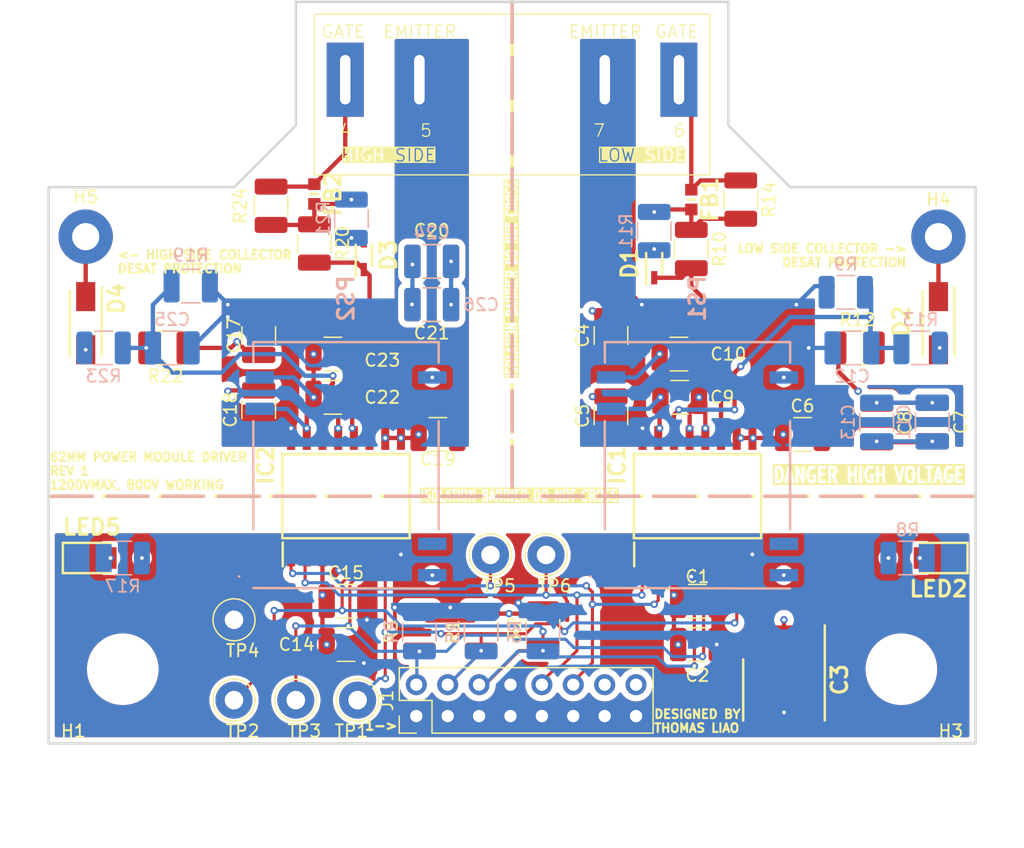
<source format=kicad_pcb>
(kicad_pcb (version 20241229) (generator "pcbnew") (generator_version "9.0")
  (layers (0 "F.Cu" signal) (4 "In1.Cu" signal) (6 "In2.Cu" signal) (8 "In3.Cu" signal) (10 "In4.Cu" signal) (2 "B.Cu" signal) (13 "F.Paste" user) (15 "B.Paste" user) (5 "F.SilkS" user "F.Silkscreen") (7 "B.SilkS" user "B.Silkscreen") (1 "F.Mask" user) (3 "B.Mask" user) (25 "Edge.Cuts" user))
  (net 0 "")
  (net 1 "/GND_A")
  (net 2 "/+3.3V_A")
  (net 3 "/+12V_A")
  (net 4 "/SingleChannelDriver1/GND_B")
  (net 5 "/SingleChannelDriver1/+15V_B")
  (net 6 "/SingleChannelDriver1/-9V_B")
  (net 7 "Net-(IC1-DESAT)")
  (net 8 "/SingleChannelDriver/GND_B")
  (net 9 "/SingleChannelDriver/+15V_B")
  (net 10 "/SingleChannelDriver/-9V_B")
  (net 11 "Net-(IC2-DESAT)")
  (net 12 "Net-(D1-A)")
  (net 13 "Net-(D1-K)")
  (net 14 "/PH_L_C")
  (net 15 "Net-(D2-A)")
  (net 16 "Net-(D3-K)")
  (net 17 "Net-(D3-A)")
  (net 18 "/PH_H_C")
  (net 19 "Net-(D4-A)")
  (net 20 "/PH_L_G")
  (net 21 "Net-(FB1-Pad2)")
  (net 22 "Net-(FB2-Pad2)")
  (net 23 "/PH_H_G")
  (net 24 "/FAULT")
  (net 25 "/READY")
  (net 26 "/PH_H")
  (net 27 "/RESET")
  (net 28 "/PH_L")
  (net 29 "Net-(LED2-A)")
  (net 30 "Net-(LED5-A)")
  (footprint "InverterCom:DIOM5226X244N" (layer "F.Cu") (at 72 26 -90)
    (property "Reference" "D2")
    (property "Value" "FM2000GP-TP" (hide yes))
  )
  (footprint "Capacitor_SMD:C_1210_3225Metric_Pad1.33x2.70mm_HandSolder" (layer "F.Cu") (at 52.5 52)
    (property "Reference" "C2")
    (property "Value" "10uF")
  )
  (footprint "Resistor_SMD:R_1210_3225Metric_Pad1.30x2.65mm_HandSolder" (layer "F.Cu") (at 9.45 28 180)
    (property "Reference" "R22")
    (property "Value" "1k")
  )
  (footprint "Capacitor_SMD:C_1210_3225Metric_Pad1.33x2.70mm_HandSolder" (layer "F.Cu") (at 52.5 48.5 180)
    (property "Reference" "C1")
    (property "Value" "100nF")
  )
  (footprint "Resistor_SMD:R_1210_3225Metric_Pad1.30x2.65mm_HandSolder" (layer "F.Cu") (at 52 20 -90)
    (property "Reference" "R10")
    (property "Value" "9.1")
  )
  (footprint "Resistor_SMD:R_1210_3225Metric_Pad1.30x2.65mm_HandSolder" (layer "F.Cu") (at 40 50.7 90)
    (property "Reference" "R2")
    (property "Value" "4.7k")
  )
  (footprint "MountingHole:MountingHole_5.3mm_M5" (layer "F.Cu") (at 6 54)
    (property "Reference" "H1")
    (property "Value" "MountingHole")
  )
  (footprint "Capacitor_SMD:C_1210_3225Metric_Pad1.33x2.70mm_HandSolder" (layer "F.Cu") (at 61 35)
    (property "Reference" "C6")
    (property "Value" "100nF")
  )
  (footprint "InverterCom:SOIC127P1032X265-16N" (layer "F.Cu") (at 52.5 40 90)
    (property "Reference" "IC1")
    (property "Value" "ADUM4136BRWZ" (hide yes))
  )
  (footprint "InverterCom:LEDC3216X120N" (layer "F.Cu") (at 3.5 45)
    (property "Reference" "LED5")
    (property "Value" "LTST-C230GKT" (hide yes))
  )
  (footprint "TestPoint:TestPoint_Loop_D2.54mm_Drill1.5mm_Beaded" (layer "F.Cu") (at 15 56.5)
    (property "Reference" "TP2")
    (property "Value" "TestPoint")
  )
  (footprint "InverterCom:CAPAE660X800N" (layer "F.Cu") (at 59.5 54.85 -90)
    (property "Reference" "C3")
    (property "Value" "UCM1H101MCL1GS" (hide yes))
  )
  (footprint "Capacitor_SMD:C_1210_3225Metric_Pad1.33x2.70mm_HandSolder" (layer "F.Cu") (at 67 34.0625 -90)
    (property "Reference" "C8")
    (property "Value" "10uF")
  )
  (footprint "Capacitor_SMD:C_1210_3225Metric_Pad1.33x2.70mm_HandSolder" (layer "F.Cu") (at 24.0625 48.5)
    (property "Reference" "C15")
    (property "Value" "10uF")
  )
  (footprint "Resistor_SMD:R_1210_3225Metric_Pad1.30x2.65mm_HandSolder" (layer "F.Cu") (at 35 50.95 90)
    (property "Reference" "R1")
    (property "Value" "4.7k")
  )
  (footprint "InverterCom:BEADC1608X100N" (layer "F.Cu") (at 52 16 -90)
    (property "Reference" "FB1")
    (property "Value" "FBMJ1608HS220NTR" (hide yes))
  )
  (footprint "Capacitor_SMD:C_1210_3225Metric_Pad1.33x2.70mm_HandSolder" (layer "F.Cu") (at 31 24.5 180)
    (property "Reference" "C21")
    (property "Value" "10uF")
  )
  (footprint "TestPoint:TestPoint_Loop_D2.54mm_Drill1.5mm_Beaded" (layer "F.Cu") (at 25 56.5)
    (property "Reference" "TP1")
    (property "Value" "TestPoint")
  )
  (footprint "InverterCom:SOIC127P1032X265-16N" (layer "F.Cu") (at 24.0625 40 90)
    (property "Reference" "IC2")
    (property "Value" "ADUM4136BRWZ" (hide yes))
  )
  (footprint "Capacitor_SMD:C_1210_3225Metric_Pad1.33x2.70mm_HandSolder" (layer "F.Cu") (at 24.0625 52 180)
    (property "Reference" "C14")
    (property "Value" "100nF")
  )
  (footprint "Capacitor_SMD:C_1210_3225Metric_Pad1.33x2.70mm_HandSolder" (layer "F.Cu") (at 23 28.5 180)
    (property "Reference" "C23")
    (property "Value" "10uF")
  )
  (footprint "TestPoint:TestPoint_Loop_D2.54mm_Drill1.5mm_Beaded" (layer "F.Cu") (at 35.75 44.75)
    (property "Reference" "TP5")
    (property "Value" "TestPoint")
  )
  (footprint "TestPoint:TestPoint_Loop_D2.54mm_Drill1.5mm_Beaded" (layer "F.Cu") (at 40.25 44.75)
    (property "Reference" "TP6")
    (property "Value" "TestPoint")
  )
  (footprint "InverterCom:62mm_power_module" (layer "F.Cu") (at 37.5 13)
    (property "Reference" "Q1" (hide yes))
    (property "Value" "~")
  )
  (footprint "Capacitor_SMD:C_1210_3225Metric_Pad1.33x2.70mm_HandSolder" (layer "F.Cu") (at 31 21 180)
    (property "Reference" "C20")
    (property "Value" "10uF")
  )
  (footprint "Capacitor_SMD:C_1210_3225Metric_Pad1.33x2.70mm_HandSolder" (layer "F.Cu") (at 71.5 34 -90)
    (property "Reference" "C7")
    (property "Value" "10uF")
  )
  (footprint "InverterCom:BEADC1608X100N" (layer "F.Cu") (at 21.5 15.55 -90)
    (property "Reference" "FB2")
    (property "Value" "FBMJ1608HS220NTR" (hide yes))
  )
  (footprint "Capacitor_SMD:C_1210_3225Metric_Pad1.33x2.70mm_HandSolder" (layer "F.Cu") (at 45.5 33.5 90)
    (property "Reference" "C5")
    (property "Value" "100nF")
  )
  (footprint "MountingHole:MountingHole_2.2mm_M2_Pad" (layer "F.Cu") (at 3 19)
    (property "Reference" "H5")
    (property "Value" "MountingHole_Pad")
  )
  (footprint "Connector_PinHeader_2.54mm:PinHeader_2x08_P2.54mm_Vertical" (layer "F.Cu") (at 29.75 57.79 90)
    (property "Reference" "J1")
    (property "Value" "Conn_02x08_Counter_Clockwise")
  )
  (footprint "Resistor_SMD:R_1210_3225Metric_Pad1.30x2.65mm_HandSolder" (layer "F.Cu") (at 30 50.95 90)
    (property "Reference" "R3")
    (property "Value" "4.7k")
  )
  (footprint "Capacitor_SMD:C_1210_3225Metric_Pad1.33x2.70mm_HandSolder" (layer "F.Cu") (at 17 27 -90)
    (property "Reference" "C17")
    (property "Value" "10uF")
  )
  (footprint "InverterCom:SOD2513X120N" (layer "F.Cu") (at 49 21.162 90)
    (property "Reference" "D1")
    (property "Value" "BAT54WS-7-F" (hide yes))
  )
  (footprint "Capacitor_SMD:C_1210_3225Metric_Pad1.33x2.70mm_HandSolder" (layer "F.Cu") (at 45.5 27 90)
    (property "Reference" "C4")
    (property "Value" "10uF")
  )
  (footprint "Resistor_SMD:R_1210_3225Metric_Pad1.30x2.65mm_HandSolder" (layer "F.Cu") (at 56 16 -90)
    (property "Reference" "R14")
    (property "Value" "0")
  )
  (footprint "Resistor_SMD:R_1210_3225Metric_Pad1.30x2.65mm_HandSolder" (layer "F.Cu") (at 65.45 28)
    (property "Reference" "R12")
    (property "Value" "1k")
  )
  (footprint "Resistor_SMD:R_1210_3225Metric_Pad1.30x2.65mm_HandSolder" (layer "F.Cu") (at 21.5 19.55 -90)
    (property "Reference" "R20")
    (property "Value" "9.1")
  )
  (footprint "Capacitor_SMD:C_1210_3225Metric_Pad1.33x2.70mm_HandSolder" (layer "F.Cu") (at 31.5 35)
    (property "Reference" "C19")
    (property "Value" "100nF")
  )
  (footprint "Capacitor_SMD:C_1210_3225Metric_Pad1.33x2.70mm_HandSolder" (layer "F.Cu") (at 51.0625 32)
    (property "Reference" "C9")
    (property "Value" "100nF")
  )
  (footprint "Resistor_SMD:R_1210_3225Metric_Pad1.30x2.65mm_HandSolder" (layer "F.Cu") (at 18 16.5 -90)
    (property "Reference" "R24")
    (property "Value" "0")
  )
  (footprint "InverterCom:DIOM5226X244N" (layer "F.Cu") (at 3 26 -90)
    (property "Reference" "D4")
    (property "Value" "FM2000GP-TP" (hide yes))
  )
  (footprint "InverterCom:SOD2513X120N" (layer "F.Cu") (at 25.5 20.5 90)
    (property "Reference" "D3")
    (property "Value" "BAT54WS-7-F" (hide yes))
  )
  (footprint "TestPoint:TestPoint_Loop_D2.54mm_Drill1.5mm_Beaded" (layer "F.Cu") (at 15 50)
    (property "Reference" "TP4")
    (property "Value" "TestPoint")
  )
  (footprint "Capacitor_SMD:C_1210_3225Metric_Pad1.33x2.70mm_HandSolder" (layer "F.Cu") (at 17 33 90)
    (property "Reference" "C18")
    (property "Value" "100nF")
  )
  (footprint "MountingHole:MountingHole_5.3mm_M5" (layer "F.Cu") (at 69 54)
    (property "Reference" "H3")
    (property "Value" "MountingHole")
  )
  (footprint "TestPoint:TestPoint_Loop_D2.54mm_Drill1.5mm_Beaded" (layer "F.Cu") (at 20 56.5)
    (property "Reference" "TP3")
    (property "Value" "TestPoint")
  )
  (footprint "Capacitor_SMD:C_1210_3225Metric_Pad1.33x2.70mm_HandSolder" (layer "F.Cu") (at 51 28.5 180)
    (property "Reference" "C10")
    (property "Value" "10uF")
  )
  (footprint "InverterCom:LEDC3216X120N" (layer "F.Cu") (at 72 45 180)
    (property "Reference" "LED2")
    (property "Value" "LTST-C230CKT" (hide yes))
  )
  (footprint "MountingHole:MountingHole_2.2mm_M2_Pad" (layer "F.Cu") (at 72 19)
    (property "Reference" "H4")
    (property "Value" "MountingHole_Pad")
  )
  (footprint "Capacitor_SMD:C_1210_3225Metric_Pad1.33x2.70mm_HandSolder" (layer "F.Cu") (at 23 32)
    (property "Reference" "C22")
    (property "Value" "100nF")
  )
  (footprint "Capacitor_SMD:C_1210_3225Metric_Pad1.33x2.70mm_HandSolder" (layer "B.Cu") (at 67 34 -90)
    (property "Reference" "C13")
    (property "Value" "10uF")
  )
  (footprint "Capacitor_SMD:C_1210_3225Metric_Pad1.33x2.70mm_HandSolder" (layer "B.Cu") (at 31 24.5 180)
    (property "Reference" "C26")
    (property "Value" "10uF")
  )
  (footprint "InverterCom:MGJ2D121509MPCR7" (layer "B.Cu") (at 52.5 37.5 90)
    (property "Reference" "PS1")
    (property "Value" "MGJ2D121509MPC-R7" (hide yes))
  )
  (footprint "Resistor_SMD:R_1210_3225Metric_Pad1.30x2.65mm_HandSolder" (layer "B.Cu") (at 24.5 17.55 -90)
    (property "Reference" "R21")
    (property "Value" "6.8")
  )
  (footprint "Resistor_SMD:R_1210_3225Metric_Pad1.30x2.65mm_HandSolder" (layer "B.Cu") (at 11.5 23)
    (property "Reference" "R19")
    (property "Value" "0")
  )
  (footprint "Capacitor_SMD:C_1210_3225Metric_Pad1.33x2.70mm_HandSolder" (layer "B.Cu") (at 65 28)
    (property "Reference" "C12")
    (property "Value" "100nF")
  )
  (footprint "Resistor_SMD:R_1210_3225Metric_Pad1.30x2.65mm_HandSolder" (layer "B.Cu") (at 4.45 28)
    (property "Reference" "R23")
    (property "Value" "1k")
  )
  (footprint "Capacitor_SMD:C_1210_3225Metric_Pad1.33x2.70mm_HandSolder" (layer "B.Cu") (at 71.5 34 -90)
    (property "Reference" "C11")
    (property "Value" "10uF")
  )
  (footprint "InverterCom:MGJ2D121509MPCR7" (layer "B.Cu") (at 24.0625 37.5 90)
    (property "Reference" "PS2")
    (property "Value" "MGJ2D121509MPC-R7" (hide yes))
  )
  (footprint "Resistor_SMD:R_1210_3225Metric_Pad1.30x2.65mm_HandSolder" (layer "B.Cu") (at 6 45)
    (property "Reference" "R17")
    (property "Value" "4.7k")
  )
  (footprint "Resistor_SMD:R_1210_3225Metric_Pad1.30x2.65mm_HandSolder" (layer "B.Cu") (at 40 51 -90)
    (property "Reference" "R6")
    (property "Value" "4.7k")
  )
  (footprint "Resistor_SMD:R_1210_3225Metric_Pad1.30x2.65mm_HandSolder" (layer "B.Cu") (at 70.55 28 180)
    (property "Reference" "R13")
    (property "Value" "1k")
  )
  (footprint "Capacitor_SMD:C_1210_3225Metric_Pad1.33x2.70mm_HandSolder" (layer "B.Cu") (at 31 21 180)
    (property "Reference" "C24")
    (property "Value" "10uF")
  )
  (footprint "Resistor_SMD:R_1210_3225Metric_Pad1.30x2.65mm_HandSolder" (layer "B.Cu") (at 69.5 45 180)
    (property "Reference" "R8")
    (property "Value" "220")
  )
  (footprint "Resistor_SMD:R_1210_3225Metric_Pad1.30x2.65mm_HandSolder" (layer "B.Cu") (at 35 51 -90)
    (property "Reference" "R5")
    (property "Value" "4.7k")
  )
  (footprint "Resistor_SMD:R_1210_3225Metric_Pad1.30x2.65mm_HandSolder" (layer "B.Cu") (at 64.5 23.5 180)
    (property "Reference" "R9")
    (property "Value" "0")
  )
  (footprint "Resistor_SMD:R_1210_3225Metric_Pad1.30x2.65mm_HandSolder" (layer "B.Cu") (at 30 51 -90)
    (property "Reference" "R4")
    (property "Value" "4.7k")
  )
  (footprint "Capacitor_SMD:C_1210_3225Metric_Pad1.33x2.70mm_HandSolder" (layer "B.Cu") (at 10 28 180)
    (property "Reference" "C25")
    (property "Value" "100nF")
  )
  (footprint "Resistor_SMD:R_1210_3225Metric_Pad1.30x2.65mm_HandSolder" (layer "B.Cu") (at 49 18.55 -90)
    (property "Reference" "R11")
    (property "Value" "6.8")
  )
  (gr_line (start 75 40) (end 46.5 40) (stroke (width 0.3) (type dash)) (layer "F.SilkS"))
  (gr_line (start 37.5 31) (end 37.5 39) (stroke (width 0.3) (type dash)) (layer "F.SilkS"))
  (gr_line (start 0 40) (end 29.5 40) (stroke (width 0.3) (type dash)) (layer "F.SilkS"))
  (gr_line (start 0.25 40) (end 37.5 40) (stroke (width 0.3) (type dash)) (layer "B.SilkS"))
  (gr_line (start 74.75 40) (end 37.5 40) (stroke (width 0.3) (type dash)) (layer "B.SilkS"))
  (gr_line (start 37.5 0) (end 37.5 40) (stroke (width 0.3) (type dash)) (layer "B.SilkS"))
  (gr_poly (pts (xy 20 0) (xy 55 0) (xy 55 10) (xy 60 15) (xy 75 15) (xy 75 60) (xy 0 60) (xy 0 15) (xy 15 15) (xy 20 10)) (stroke (width 0.2)) (fill no) (layer "Edge.Cuts"))
  (gr_text "<- HIGH SIDE COLLECTOR\nDESAT PROTECTION" (at 5.5 22 0) (layer "F.SilkS") (effects (font (size 0.7 0.7) (thickness 0.175) (bold yes)) (justify left bottom)))
  (gr_text "1->" (at 25.5 59 0) (layer "F.SilkS") (effects (font (size 0.75 0.75) (thickness 0.1875) (bold yes)) (justify left bottom)))
  (gr_text "DANGER HIGH VOLTAGE" (at 58.5 39 0) (layer "F.SilkS" knockout) (effects (font (size 1.2 0.9) (thickness 0.225) (bold yes)) (justify left bottom)))
  (gr_text "DESIGNED BY\nTHOMAS LIAO" (at 48.91 59.17 0) (layer "F.SilkS") (effects (font (size 0.7 0.7) (thickness 0.175) (bold yes)) (justify left bottom)))
  (gr_text "62MM POWER MODULE DRIVER\nREV 1\n1200VMAX, 800V WORKING" (at 0 39.5 0) (layer "F.SilkS") (effects (font (size 0.7 0.7) (thickness 0.175) (bold yes)) (justify left bottom)))
  (gr_text "ISOLATION BARRIER DO NOT CROSS" (at 38 30.5 90) (layer "F.SilkS" knockout) (effects (font (size 0.9 0.6) (thickness 0.15) (bold yes)) (justify left bottom)))
  (gr_text "LOW SIDE COLLECTOR ->\nDESAT PROTECTION" (at 69.5 21.5 0) (layer "F.SilkS") (effects (font (size 0.7 0.7) (thickness 0.175) (bold yes)) (justify right bottom)))
  (gr_text "ISOLATION BARRIER DO NOT CROSS" (at 30 40.5 0) (layer "F.SilkS" knockout) (effects (font (size 0.9 0.6) (thickness 0.15) (bold yes)) (justify left bottom)))
  (segment (start 51.865 44.712) (end 51.865 46.365) (width 0.25) (layer "F.Cu") (net 1))
  (segment (start 23.4275 44.712) (end 23.4275 45.9275) (width 0.25) (layer "F.Cu") (net 1))
  (segment (start 23.4275 45.9275) (end 23.5 46) (width 0.25) (layer "F.Cu") (net 1))
  (segment (start 51.865 46.365) (end 52 46.5) (width 0.25) (layer "F.Cu") (net 1))
  (via (at 28.5075 44.712) (size 0.6) (drill 0.3) (layers "F.Cu" "B.Cu") (net 1))
  (via (at 54.0625 52) (size 0.6) (drill 0.3) (layers "F.Cu" "B.Cu") (net 1))
  (via (at 52 46.5) (size 0.6) (drill 0.3) (layers "F.Cu" "B.Cu") (net 1))
  (via (at 28 49) (size 0.6) (drill 0.3) (layers "F.Cu" "B.Cu") (net 1))
  (via (at 32.5 49) (size 0.6) (drill 0.3) (layers "F.Cu" "B.Cu") (net 1))
  (via (at 25.5 53.5) (size 0.6) (drill 0.3) (layers "F.Cu" "B.Cu") (net 1))
  (via (at 59.5 57.5) (size 0.6) (drill 0.3) (layers "F.Cu" "B.Cu") (net 1))
  (via (at 25.75 50) (size 0.6) (drill 0.3) (layers "F.Cu" "B.Cu") (net 1))
  (via (at 38 48.625) (size 0.6) (drill 0.3) (layers "F.Cu" "B.Cu") (net 1))
  (via (at 23.5 46) (size 0.6) (drill 0.3) (layers "F.Cu" "B.Cu") (net 1))
  (via (at 56.945 44.712) (size 0.6) (drill 0.3) (layers "F.Cu" "B.Cu") (net 1))
  (segment (start 28.45 49.45) (end 28 49) (width 0.35) (layer "B.Cu") (net 1))
  (segment (start 32.95 49.45) (end 32.5 49) (width 0.35) (layer "B.Cu") (net 1))
  (segment (start 38.825 49.45) (end 40 49.45) (width 0.35) (layer "B.Cu") (net 1))
  (segment (start 35 49.45) (end 32.95 49.45) (width 0.35) (layer "B.Cu") (net 1))
  (segment (start 30 49.45) (end 28.45 49.45) (width 0.35) (layer "B.Cu") (net 1))
  (segment (start 38 48.625) (end 38.825 49.45) (width 0.35) (layer "B.Cu") (net 1))
  (segment (start 50.595 51.6575) (end 50.9375 52) (width 0.35) (layer "F.Cu") (net 2))
  (segment (start 37.25 49.5) (end 36.5 49.5) (width 0.35) (layer "F.Cu") (net 2))
  (segment (start 30.65 50.05) (end 30 49.4) (width 0.35) (layer "F.Cu") (net 2))
  (segment (start 50.595 44.712) (end 50.595 48) (width 0.35) (layer "F.Cu") (net 2))
  (segment (start 37.25 49.5) (end 39.65 49.5) (width 0.35) (layer "F.Cu") (net 2))
  (segment (start 36.5 49.5) (end 36.4 49.4) (width 0.35) (layer "F.Cu") (net 2))
  (segment (start 22.1575 48) (end 22.1575 51.6575) (width 0.35) (layer "F.Cu") (net 2))
  (segment (start 22.1575 51.6575) (end 22.5 52) (width 0.35) (layer "F.Cu") (net 2))
  (segment (start 34.35 50.05) (end 30.65 50.05) (width 0.35) (layer "F.Cu") (net 2))
  (segment (start 22.1575 44.712) (end 22.1575 48) (width 0.35) (layer "F.Cu") (net 2))
  (segment (start 35 49.4) (end 34.35 50.05) (width 0.35) (layer "F.Cu") (net 2))
  (segment (start 50.595 48) (end 50.595 51.6575) (width 0.35) (layer "F.Cu") (net 2))
  (segment (start 36.4 49.4) (end 35 49.4) (width 0.35) (layer "F.Cu") (net 2))
  (segment (start 39.65 49.5) (end 40 49.15) (width 0.35) (layer "F.Cu") (net 2))
  (via (at 50.595 48) (size 0.6) (drill 0.3) (layers "F.Cu" "B.Cu") (net 2))
  (via (at 67.95 45) (size 0.6) (drill 0.3) (layers "F.Cu" "B.Cu") (net 2))
  (via (at 22.1575 48) (size 0.6) (drill 0.3) (layers "F.Cu" "B.Cu") (net 2))
  (via (at 50.9375 52) (size 0.6) (drill 0.3) (layers "F.Cu" "B.Cu") (net 2))
  (via (at 37.25 49.5) (size 0.6) (drill 0.3) (layers "F.Cu" "B.Cu") (net 2))
  (via (at 22.5 52) (size 0.6) (drill 0.3) (layers "F.Cu" "B.Cu") (net 2))
  (segment (start 59.5 52.2) (end 59.5 50) (width 0.35) (layer "F.Cu") (net 3))
  (via (at 59.485 46.39) (size 0.6) (drill 0.3) (layers "F.Cu" "B.Cu") (net 3))
  (via (at 59.5 50) (size 0.6) (drill 0.3) (layers "F.Cu" "B.Cu") (net 3))
  (via (at 7.55 45) (size 0.6) (drill 0.3) (layers "F.Cu" "B.Cu") (net 3))
  (via (at 31.0475 46.39) (size 0.6) (drill 0.3) (layers "F.Cu" "B.Cu") (net 3))
  (segment (start 48.055 34.5) (end 48.055 33.055) (width 0.35) (layer "F.Cu") (net 4))
  (segment (start 45 6.3) (end 45 21.5) (width 0.35) (layer "F.Cu") (net 4))
  (segment (start 45 21.5) (end 48 24.5) (width 0.35) (layer "F.Cu") (net 4))
  (segment (start 48.055 33.055) (end 48 33) (width 0.35) (layer "F.Cu") (net 4))
  (segment (start 48.055 35.288) (end 48.055 34.5) (width 0.35) (layer "F.Cu") (net 4))
  (via (at 61.5 28) (size 0.6) (drill 0.3) (layers "F.Cu" "B.Cu") (net 4))
  (via (at 48.055 34.5) (size 0.6) (drill 0.3) (layers "F.Cu" "B.Cu") (net 4))
  (via (at 60.5 24.5) (size 0.6) (drill 0.3) (layers "F.Cu" "B.Cu") (net 4))
  (via (at 48 24.5) (size 0.6) (drill 0.3) (layers "F.Cu" "B.Cu") (net 4))
  (segment (start 60.5 24.5) (end 62 23) (width 0.35) (layer "B.Cu") (net 4))
  (segment (start 63.4375 28) (end 61.5 28) (width 0.35) (layer "B.Cu") (net 4))
  (segment (start 62 23) (end 63.45 23) (width 0.35) (layer "B.Cu") (net 4))
  (segment (start 63.9 29.9) (end 65.5 31.5) (width 0.35) (layer "F.Cu") (net 5))
  (segment (start 52.625 32) (end 53.135 32.51) (width 0.35) (layer "F.Cu") (net 5))
  (segment (start 52.5625 31.9375) (end 52.625 32) (width 0.35) (layer "F.Cu") (net 5))
  (segment (start 45.5 25.4375) (end 44.4375 25.4375) (width 0.35) (layer "F.Cu") (net 5))
  (segment (start 53.135 32.51) (end 53.135 34.5) (width 0.35) (layer "F.Cu") (net 5))
  (segment (start 52.5625 28.5) (end 52.5625 31.9375) (width 0.35) (layer "F.Cu") (net 5))
  (segment (start 67.0625 32.4375) (end 67 32.5) (width 0.35) (layer "F.Cu") (net 5))
  (segment (start 51.865 35.288) (end 53.135 35.288) (width 0.35) (layer "F.Cu") (net 5))
  (segment (start 71.5 32.4375) (end 67.0625 32.4375) (width 0.35) (layer "F.Cu") (net 5))
  (segment (start 51.865 32.76) (end 52.625 32) (width 0.35) (layer "F.Cu") (net 5))
  (segment (start 51.865 34.5) (end 51.865 32.76) (width 0.35) (layer "F.Cu") (net 5))
  (segment (start 63.9 28) (end 63.9 29.9) (width 0.35) (layer "F.Cu") (net 5))
  (segment (start 44.4375 25.4375) (end 44 25) (width 0.35) (layer "F.Cu") (net 5))
  (segment (start 51.865 35.288) (end 51.865 34.5) (width 0.35) (layer "F.Cu") (net 5))
  (segment (start 44 31.9375) (end 45.5 31.9375) (width 0.35) (layer "F.Cu") (net 5))
  (segment (start 53.135 34.5) (end 53.135 35.288) (width 0.35) (layer "F.Cu") (net 5))
  (via (at 51.865 34.5) (size 0.6) (drill 0.3) (layers "F.Cu" "B.Cu") (net 5))
  (via (at 53.135 34.5) (size 0.6) (drill 0.3) (layers "F.Cu" "B.Cu") (net 5))
  (via (at 71.5 32.4375) (size 0.6) (drill 0.3) (layers "F.Cu" "B.Cu") (net 5))
  (via (at 67 32.4375) (size 0.6) (drill 0.3) (layers "F.Cu" "B.Cu") (net 5))
  (via (at 44 31.9375) (size 0.6) (drill 0.3) (layers "F.Cu" "B.Cu") (net 5))
  (via (at 65.5 31.5) (size 0.6) (drill 0.3) (layers "F.Cu" "B.Cu") (net 5))
  (via (at 52.625 32) (size 0.6) (drill 0.3) (layers "F.Cu" "B.Cu") (net 5))
  (via (at 59.485 30.39) (size 0.6) (drill 0.3) (layers "F.Cu" "B.Cu") (net 5))
  (via (at 44 25) (size 0.6) (drill 0.3) (layers "F.Cu" "B.Cu") (net 5))
  (segment (start 67 32.4375) (end 71.5 32.4375) (width 0.35) (layer "B.Cu") (net 5))
  (segment (start 49.4375 35.1755) (end 49.325 35.288) (width 0.35) (layer "F.Cu") (net 6))
  (segment (start 49.4375 28.5) (end 49.4375 34.5) (width 0.35) (layer "F.Cu") (net 6))
  (segment (start 55.675 35.288) (end 56 35.288) (width 0.35) (layer "F.Cu") (net 6))
  (segment (start 49.4375 34.5) (end 49.4375 35.1755) (width 0.35) (layer "F.Cu") (net 6))
  (segment (start 59.1495 35.288) (end 59.4375 35) (width 0.35) (layer "F.Cu") (net 6))
  (segment (start 56 35.288) (end 57 35.288) (width 0.35) (layer "F.Cu") (net 6))
  (segment (start 57 35.288) (end 59.1495 35.288) (width 0.35) (layer "F.Cu") (net 6))
  (segment (start 67 35.625) (end 71.4375 35.625) (width 0.35) (layer "F.Cu") (net 6))
  (segment (start 71.4375 35.625) (end 71.5 35.5625) (width 0.35) (layer "F.Cu") (net 6))
  (via (at 49.5 32) (size 0.6) (drill 0.3) (layers "F.Cu" "B.Cu") (net 6))
  (via (at 71.5 35.5625) (size 0.6) (drill 0.3) (layers "F.Cu" "B.Cu") (net 6))
  (via (at 49.4375 34.5) (size 0.6) (drill 0.3) (layers "F.Cu" "B.Cu") (net 6))
  (via (at 57 35.288) (size 0.6) (drill 0.3) (layers "F.Cu" "B.Cu") (net 6))
  (via (at 67 35.5625) (size 0.6) (drill 0.3) (layers "F.Cu" "B.Cu") (net 6))
  (via (at 49.4375 28.5) (size 0.6) (drill 0.3) (layers "F.Cu" "B.Cu") (net 6))
  (via (at 59.4375 35) (size 0.6) (drill 0.3) (layers "F.Cu" "B.Cu") (net 6))
  (via (at 56 35.288) (size 0.6) (drill 0.3) (layers "F.Cu" "B.Cu") (net 6))
  (segment (start 47.5475 30.39) (end 49.4375 28.5) (width 0.35) (layer "B.Cu") (net 6))
  (segment (start 45.515 32.93) (end 48.57 32.93) (width 0.35) (layer "B.Cu") (net 6))
  (segment (start 71.5 35.5625) (end 67 35.5625) (width 0.35) (layer "B.Cu") (net 6))
  (segment (start 45.515 30.39) (end 47.5475 30.39) (width 0.35) (layer "B.Cu") (net 6))
  (segment (start 48.57 32.93) (end 49.5 32) (width 0.35) (layer "B.Cu") (net 6))
  (segment (start 51 33.009563) (end 50.595 33.414563) (width 0.35) (layer "F.Cu") (net 7))
  (segment (start 66.5 27.5) (end 67 28) (width 0.35) (layer "F.Cu") (net 7))
  (segment (start 55.5 33) (end 55.5 30) (width 0.35) (layer "F.Cu") (net 7))
  (segment (start 55.5 30) (end 56 29.5) (width 0.35) (layer "F.Cu") (net 7))
  (segment (start 50.595 33.414563) (end 50.595 35.288) (width 0.35) (layer "F.Cu") (net 7))
  (segment (start 51 33) (end 51 33.009563) (width 0.35) (layer "F.Cu") (net 7))
  (segment (start 66.5 25.5) (end 66.5 27.5) (width 0.35) (layer "F.Cu") (net 7))
  (via (at 66.5 25.5) (size 0.6) (drill 0.3) (layers "F.Cu" "B.Cu") (net 7))
  (via (at 55.5 33) (size 0.6) (drill 0.3) (layers "F.Cu" "B.Cu") (net 7))
  (via (at 51 33) (size 0.6) (drill 0.3) (layers "F.Cu" "B.Cu") (net 7))
  (via (at 56 29.5) (size 0.6) (drill 0.3) (layers "F.Cu" "B.Cu") (net 7))
  (segment (start 66.5 26) (end 66.5 27.9375) (width 0.35) (layer "B.Cu") (net 7))
  (segment (start 60 25.5) (end 66.5 25.5) (width 0.35) (layer "B.Cu") (net 7))
  (segment (start 69 28) (end 66.5625 28) (width 0.35) (layer "B.Cu") (net 7))
  (segment (start 51 33) (end 55.5 33) (width 0.35) (layer "B.Cu") (net 7))
  (segment (start 66.5 27.9375) (end 66.5625 28) (width 0.35) (layer "B.Cu") (net 7))
  (segment (start 56 29.5) (end 60 25.5) (width 0.35) (layer "B.Cu") (net 7))
  (segment (start 66.55 23) (end 66.55 25.95) (width 0.35) (layer "B.Cu") (net 7))
  (segment (start 66.5 25.5) (end 66.5 26) (width 0.35) (layer "B.Cu") (net 7))
  (segment (start 66.55 25.95) (end 66.5 26) (width 0.35) (layer "B.Cu") (net 7))
  (segment (start 19.6175 35.288) (end 19.6175 34.5) (width 0.35) (layer "F.Cu") (net 8))
  (segment (start 19.6175 33.1175) (end 19.5 33) (width 0.35) (layer "F.Cu") (net 8))
  (segment (start 19.6175 34.5) (end 19.6175 33.1175) (width 0.35) (layer "F.Cu") (net 8))
  (via (at 14.5 25.5) (size 0.6) (drill 0.3) (layers "F.Cu" "B.Cu") (net 8))
  (via (at 19.6175 34.5) (size 0.6) (drill 0.3) (layers "F.Cu" "B.Cu") (net 8))
  (via (at 14.5 24.5) (size 0.6) (drill 0.3) (layers "F.Cu" "B.Cu") (net 8))
  (segment (start 13.05 23) (end 14.5 24.45) (width 0.35) (layer "B.Cu") (net 8))
  (segment (start 14.5 24.45) (end 14.5 24.5) (width 0.35) (layer "B.Cu") (net 8))
  (segment (start 13.05 22) (end 13.05 23) (width 0.35) (layer "B.Cu") (net 8))
  (segment (start 14.0625 25.5) (end 14.5 25.5) (width 0.35) (layer "B.Cu") (net 8))
  (segment (start 11.5625 28) (end 14.0625 25.5) (width 0.35) (layer "B.Cu") (net 8))
  (segment (start 16.3125 28.5625) (end 17 28.5625) (width 0.35) (layer "F.Cu") (net 9))
  (segment (start 14.75 28) (end 15.25 27.5) (width 0.35) (layer "F.Cu") (net 9))
  (segment (start 11 28) (end 14.75 28) (width 0.35) (layer "F.Cu") (net 9))
  (segment (start 14.5625 31.4375) (end 14.5 31.5) (width 0.35) (layer "F.Cu") (net 9))
  (segment (start 23.4275 33.135) (end 24.5625 32) (width 0.35) (layer "F.Cu") (net 9))
  (segment (start 23.4275 34.5) (end 23.4275 33.135) (width 0.35) (layer "F.Cu") (net 9))
  (segment (start 24.5625 34.5) (end 24.5625 35.153) (width 0.35) (layer "F.Cu") (net 9))
  (segment (start 23.4275 35.288) (end 23.4275 34.5) (width 0.35) (layer "F.Cu") (net 9))
  (segment (start 15.25 27.5) (end 16.3125 28.5625) (width 0.35) (layer "F.Cu") (net 9))
  (segment (start 24.5625 28.5) (end 24.5625 34.5) (width 0.35) (layer "F.Cu") (net 9))
  (segment (start 24.5625 35.153) (end 24.6975 35.288) (width 0.35) (layer "F.Cu") (net 9))
  (segment (start 17 31.4375) (end 14.5625 31.4375) (width 0.35) (layer "F.Cu") (net 9))
  (via (at 23.4275 34.5) (size 0.6) (drill 0.3) (layers "F.Cu" "B.Cu") (net 9))
  (via (at 24.5625 34.5) (size 0.6) (drill 0.3) (layers "F.Cu" "B.Cu") (net 9))
  (via (at 32.5625 24.5) (size 0.6) (drill 0.3) (layers "F.Cu" "B.Cu") (net 9))
  (via (at 15.25 27.5) (size 0.6) (drill 0.3) (layers "F.Cu" "B.Cu") (net 9))
  (via (at 32.5625 21) (size 0.6) (drill 0.3) (layers "F.Cu" "B.Cu") (net 9))
  (via (at 31.0475 30.39) (size 0.6) (drill 0.3) (layers "F.Cu" "B.Cu") (net 9))
  (via (at 14.5 31.5) (size 0.6) (drill 0.3) (layers "F.Cu" "B.Cu") (net 9))
  (via (at 15.25 27.5) (size 0.6) (drill 0.3) (layers "F.Cu" "B.Cu") (net 9))
  (segment (start 32.5625 21) (end 32.5625 24.5) (width 0.35) (layer "B.Cu") (net 9))
  (segment (start 20.8875 32.55) (end 21.4375 32) (width 0.35) (layer "F.Cu") (net 10))
  (segment (start 27.2375 35.288) (end 28.5 35.288) (width 0.35) (layer "F.Cu") (net 10))
  (segment (start 21.4375 32) (end 21.4375 28.5) (width 0.35) (layer "F.Cu") (net 10))
  (segment (start 20.8875 34.5) (end 20.8875 32.55) (width 0.35) (layer "F.Cu") (net 10))
  (segment (start 28.5 35.288) (end 29.6495 35.288) (width 0.35) (layer "F.Cu") (net 10))
  (segment (start 29.6495 35.288) (end 29.9375 35) (width 0.35) (layer "F.Cu") (net 10))
  (segment (start 20.8875 35.288) (end 20.8875 34.5) (width 0.35) (layer "F.Cu") (net 10))
  (via (at 29.4375 21.25) (size 0.6) (drill 0.3) (layers "F.Cu" "B.Cu") (net 10))
  (via (at 29.9375 35) (size 0.6) (drill 0.3) (layers "F.Cu" "B.Cu") (net 10))
  (via (at 27.2375 35.288) (size 0.6) (drill 0.3) (layers "F.Cu" "B.Cu") (net 10))
  (via (at 21.4375 28.5) (size 0.6) (drill 0.3) (layers "F.Cu" "B.Cu") (net 10))
  (via (at 21.4375 32) (size 0.6) (drill 0.3) (layers "F.Cu" "B.Cu") (net 10))
  (via (at 29.394279 24.478219) (size 0.6) (drill 0.3) (layers "F.Cu" "B.Cu") (net 10))
  (via (at 20.8875 34.5) (size 0.6) (drill 0.3) (layers "F.Cu" "B.Cu") (net 10))
  (via (at 28.5 35.288) (size 0.6) (drill 0.3) (layers "F.Cu" "B.Cu") (net 10))
  (segment (start 20.8875 34.5) (end 19.3175 32.93) (width 0.35) (layer "B.Cu") (net 10))
  (segment (start 29.4375 21.25) (end 29.4375 24.5) (width 0.35) (layer "B.Cu") (net 10))
  (segment (start 17.0775 30.39) (end 19.8275 30.39) (width 0.35) (layer "B.Cu") (net 10))
  (segment (start 29.4375 21) (end 29.4375 21.25) (width 0.35) (layer "B.Cu") (net 10))
  (segment (start 19.3175 32.93) (end 17.0775 32.93) (width 0.35) (layer "B.Cu") (net 10))
  (segment (start 19.8275 30.39) (end 21.4375 32) (width 0.35) (layer "B.Cu") (net 10))
  (segment (start 23 30.25) (end 23 30.8765) (width 0.35) (layer "F.Cu") (net 11))
  (segment (start 23 30.8765) (end 22.75 31.1265) (width 0.35) (layer "F.Cu") (net 11))
  (segment (start 22.75 31.1265) (end 22.75 33.25) (width 0.35) (layer "F.Cu") (net 11))
  (segment (start 22.75 33.25) (end 22.1575 33.8425) (width 0.35) (layer "F.Cu") (net 11))
  (segment (start 22.1575 33.8425) (end 22.1575 35.288) (width 0.35) (layer "F.Cu") (net 11))
  (via (at 23 30.25) (size 0.6) (drill 0.3) (layers "F.Cu" "B.Cu") (net 11))
  (via (at 7.9 28) (size 0.6) (drill 0.3) (layers "F.Cu" "B.Cu") (net 11))
  (segment (start 23 30.25) (end 20.75 30.25) (width 0.35) (layer "B.Cu") (net 11))
  (segment (start 7.9 28) (end 6 28) (width 0.35) (layer "B.Cu") (net 11))
  (segment (start 9.95 23) (end 9.95 22) (width 0.35) (layer "B.Cu") (net 11))
  (segment (start 20.75 30.25) (end 19 28.5) (width 0.35) (layer "B.Cu") (net 11))
  (segment (start 8.4375 24.5125) (end 9.95 23) (width 0.35) (layer "B.Cu") (net 11))
  (segment (start 8.4375 28) (end 7.9 28) (width 0.35) (layer "B.Cu") (net 11))
  (segment (start 10 30) (end 8 28) (width 0.35) (layer "B.Cu") (net 11))
  (segment (start 19 28.5) (end 15.5 28.5) (width 0.35) (layer "B.Cu") (net 11))
  (segment (start 15.5 28.5) (end 14 30) (width 0.35) (layer "B.Cu") (net 11))
  (segment (start 8 28) (end 8.4375 28) (width 0.35) (layer "B.Cu") (net 11))
  (segment (start 8.4375 28) (end 8.4375 24.5125) (width 0.35) (layer "B.Cu") (net 11))
  (segment (start 14 30) (end 10 30) (width 0.35) (layer "B.Cu") (net 11))
  (via (at 49 20) (size 0.6) (drill 0.3) (layers "F.Cu" "B.Cu") (net 12))
  (segment (start 51.226 22.324) (end 52 21.55) (width 0.35) (layer "F.Cu") (net 13))
  (segment (start 54.405 25.405) (end 52 23) (width 0.35) (layer "F.Cu") (net 13))
  (segment (start 49 22.324) (end 51.226 22.324) (width 0.35) (layer "F.Cu") (net 13))
  (segment (start 52 23) (end 52 21.55) (width 0.35) (layer "F.Cu") (net 13))
  (segment (start 54.405 35.288) (end 54.405 25.405) (width 0.35) (layer "F.Cu") (net 13))
  (segment (start 72 23.85) (end 72 19) (width 0.35) (layer "F.Cu") (net 14))
  (via (at 72.1 28) (size 0.6) (drill 0.3) (layers "F.Cu" "B.Cu") (net 15))
  (segment (start 24.938 21.1) (end 25.5 21.662) (width 0.35) (layer "F.Cu") (net 16))
  (segment (start 21.5 21.1) (end 24.938 21.1) (width 0.35) (layer "F.Cu") (net 16))
  (segment (start 25.9675 22.1295) (end 25.5 21.662) (width 0.35) (layer "F.Cu") (net 16))
  (segment (start 25.9675 35.288) (end 25.9675 22.1295) (width 0.35) (layer "F.Cu") (net 16))
  (segment (start 24.738 19.338) (end 24.5 19.1) (width 0.35) (layer "F.Cu") (net 17))
  (segment (start 25.5 19.338) (end 24.738 19.338) (width 0.35) (layer "F.Cu") (net 17))
  (via (at 24.5 19.1) (size 0.6) (drill 0.3) (layers "F.Cu" "B.Cu") (net 17))
  (segment (start 3 19) (end 3 23.85) (width 0.35) (layer "F.Cu") (net 18))
  (via (at 3 28.15) (size 0.6) (drill 0.3) (layers "F.Cu" "B.Cu") (net 19))
  (segment (start 52 7.3) (end 51 6.3) (width 0.35) (layer "F.Cu") (net 20))
  (segment (start 56 14.45) (end 52.75 14.45) (width 0.35) (layer "F.Cu") (net 20))
  (segment (start 52 15.2) (end 52 7.3) (width 0.35) (layer "F.Cu") (net 20))
  (segment (start 52.75 14.45) (end 52 15.2) (width 0.35) (layer "F.Cu") (net 20))
  (segment (start 52 18.45) (end 52 16.8) (width 0.35) (layer "F.Cu") (net 21))
  (segment (start 49.2 16.8) (end 49 17) (width 0.35) (layer "F.Cu") (net 21))
  (segment (start 52 16.8) (end 49.2 16.8) (width 0.35) (layer "F.Cu") (net 21))
  (segment (start 56 17.55) (end 52.9 17.55) (width 0.35) (layer "F.Cu") (net 21))
  (segment (start 52.9 17.55) (end 52 18.45) (width 0.35) (layer "F.Cu") (net 21))
  (via (at 49 17) (size 0.6) (drill 0.3) (layers "F.Cu" "B.Cu") (net 21))
  (segment (start 21.45 18.05) (end 21.5 18) (width 0.35) (layer "F.Cu") (net 22))
  (segment (start 21.5 16.35) (end 24.15 16.35) (width 0.35) (layer "F.Cu") (net 22))
  (segment (start 21.5 16.35) (end 21.5 18) (width 0.35) (layer "F.Cu") (net 22))
  (segment (start 18 18.05) (end 21.45 18.05) (width 0.35) (layer "F.Cu") (net 22))
  (segment (start 24.15 16.35) (end 24.5 16) (width 0.35) (layer "F.Cu") (net 22))
  (via (at 24.5 16) (size 0.6) (drill 0.3) (layers "F.Cu" "B.Cu") (net 22))
  (segment (start 24 6.3) (end 24 12.25) (width 0.35) (layer "F.Cu") (net 23))
  (segment (start 24 12.25) (end 21.5 14.75) (width 0.35) (layer "F.Cu") (net 23))
  (segment (start 18 14.95) (end 21.3 14.95) (width 0.35) (layer "F.Cu") (net 23))
  (segment (start 21.3 14.95) (end 21.5 14.75) (width 0.35) (layer "F.Cu") (net 23))
  (segment (start 29.8 52.7) (end 30 52.5) (width 0.25) (layer "F.Cu") (net 24))
  (segment (start 53 47.318905) (end 53 52.869873) (width 0.25) (layer "F.Cu") (net 24))
  (segment (start 24.376 47.124) (end 25.9675 45.5325) (width 0.25) (layer "F.Cu") (net 24))
  (segment (start 54.405 45.823486) (end 53 47.228486) (width 0.25) (layer "F.Cu") (net 24))
  (segment (start 24.25 50.5) (end 24.376 50.374) (width 0.25) (layer "F.Cu") (net 24))
  (segment (start 24.376 50.374) (end 24.376 47.124) (width 0.25) (layer "F.Cu") (net 24))
  (segment (start 20 50.5) (end 20 56.5) (width 0.25) (layer "F.Cu") (net 24))
  (segment (start 54.405 44.712) (end 54.405 45.823486) (width 0.25) (layer "F.Cu") (net 24))
  (segment (start 25.9675 45.5325) (end 25.9675 44.712) (width 0.25) (layer "F.Cu") (net 24))
  (segment (start 53 52.869873) (end 52.9 52.969873) (width 0.25) (layer "F.Cu") (net 24))
  (segment (start 29.8 55.25) (end 29.8 52.7) (width 0.25) (layer "F.Cu") (net 24))
  (segment (start 53 47.228486) (end 53 47.318905) (width 0.25) (layer "F.Cu") (net 24))
  (via (at 52.9 52.969873) (size 0.6) (drill 0.3) (layers "F.Cu" "B.Cu") (net 24))
  (via (at 24.25 50.5) (size 0.6) (drill 0.3) (layers "F.Cu" "B.Cu") (net 24))
  (via (at 20 50.5) (size 0.6) (drill 0.3) (layers "F.Cu" "B.Cu") (net 24))
  (via (at 30 52.55) (size 0.6) (drill 0.3) (layers "F.Cu" "B.Cu") (net 24))
  (segment (start 29.8 55.25) (end 29.8 52.75) (width 0.25) (layer "B.Cu") (net 24))
  (segment (start 24.25 50.5) (end 20 50.5) (width 0.25) (layer "B.Cu") (net 24))
  (segment (start 33.5 51.25) (end 32.2 52.55) (width 0.25) (layer "B.Cu") (net 24))
  (segment (start 52.9 52.969873) (end 50.469873 52.969873) (width 0.25) (layer "B.Cu") (net 24))
  (segment (start 50.469873 52.969873) (end 49.75 52.25) (width 0.25) (layer "B.Cu") (net 24))
  (segment (start 32.2 52.55) (end 30 52.55) (width 0.25) (layer "B.Cu") (net 24))
  (segment (start 37.5 51.25) (end 33.5 51.25) (width 0.25) (layer "B.Cu") (net 24))
  (segment (start 49.75 52.25) (end 42.5 52.25) (width 0.25) (layer "B.Cu") (net 24))
  (segment (start 26.3 52.55) (end 30 52.55) (width 0.25) (layer "B.Cu") (net 24))
  (segment (start 24.25 50.5) (end 26.3 52.55) (width 0.25) (layer "B.Cu") (net 24))
  (segment (start 29.8 52.75) (end 30 52.55) (width 0.25) (layer "B.Cu") (net 24))
  (segment (start 42.5 52.25) (end 41.824 51.574) (width 0.25) (layer "B.Cu") (net 24))
  (segment (start 41.824 51.574) (end 37.824 51.574) (width 0.25) (layer "B.Cu") (net 24))
  (segment (start 37.824 51.574) (end 37.5 51.25) (width 0.25) (layer "B.Cu") (net 24))
  (segment (start 55.675 44.712) (end 55.675 50.075) (width 0.25) (layer "F.Cu") (net 25))
  (segment (start 55.675 50.075) (end 55.5 50.25) (width 0.25) (layer "F.Cu") (net 25))
  (segment (start 31.75 51.125) (end 35 51.125) (width 0.25) (layer "F.Cu") (net 25))
  (segment (start 27.2375 44.712) (end 27.2375 51) (width 0.25) (layer "F.Cu") (net 25))
  (segment (start 27.2375 51) (end 27.2375 54.7375) (width 0.25) (layer "F.Cu") (net 25))
  (segment (start 27.2375 54.7375) (end 27.25 54.75) (width 0.25) (layer "F.Cu") (net 25))
  (segment (start 32.34 55.25) (end 35 52.59) (width 0.25) (layer "F.Cu") (net 25))
  (segment (start 39.427 50.323) (end 41.118086 50.323) (width 0.25) (layer "F.Cu") (net 25))
  (segment (start 35 51.125) (end 38.625 51.125) (width 0.25) (layer "F.Cu") (net 25))
  (segment (start 41.118086 50.323) (end 41.744086 50.949) (width 0.25) (layer "F.Cu") (net 25))
  (segment (start 35 52.59) (end 35 52.5) (width 0.25) (layer "F.Cu") (net 25))
  (segment (start 35 51.125) (end 35 52.5) (width 0.25) (layer "F.Cu") (net 25))
  (segment (start 38.625 51.125) (end 39.427 50.323) (width 0.25) (layer "F.Cu") (net 25))
  (via (at 35 52.5) (size 0.6) (drill 0.3) (layers "F.Cu" "B.Cu") (net 25))
  (via (at 31.75 51.125) (size 0.6) (drill 0.3) (layers "F.Cu" "B.Cu") (net 25))
  (via (at 55.5 50.25) (size 0.6) (drill 0.3) (layers "F.Cu" "B.Cu") (net 25))
  (via (at 27.25 54.75) (size 0.6) (drill 0.3) (layers "F.Cu" "B.Cu") (net 25))
  (via (at 41.744086 50.949) (size 0.6) (drill 0.3) (layers "F.Cu" "B.Cu") (net 25))
  (via (at 27.2375 51) (size 0.6) (drill 0.3) (layers "F.Cu" "B.Cu") (net 25))
  (segment (start 55.5 50.25) (end 42.443086 50.25) (width 0.25) (layer "B.Cu") (net 25))
  (segment (start 42.443086 50.25) (end 41.744086 50.949) (width 0.25) (layer "B.Cu") (net 25))
  (segment (start 31.625 51) (end 27.2375 51) (width 0.25) (layer "B.Cu") (net 25))
  (segment (start 32.34 55.25) (end 35 52.59) (width 0.25) (layer "B.Cu") (net 25))
  (segment (start 26.75 54.75) (end 25 56.5) (width 0.25) (layer "B.Cu") (net 25))
  (segment (start 31.75 51.125) (end 31.625 51) (width 0.25) (layer "B.Cu") (net 25))
  (segment (start 27.25 54.75) (end 26.75 54.75) (width 0.25) (layer "B.Cu") (net 25))
  (segment (start 35 52.5) (end 35 52.3) (width 0.25) (layer "B.Cu") (net 25))
  (segment (start 35 52.59) (end 35 52.5) (width 0.25) (layer "B.Cu") (net 25))
  (segment (start 49.325 48.425) (end 49.325 44.712) (width 0.25) (layer "F.Cu") (net 26))
  (segment (start 44 48.75) (end 44 53.46) (width 0.25) (layer "F.Cu") (net 26))
  (segment (start 35.75 44.75) (end 35.75 47.25) (width 0.25) (layer "F.Cu") (net 26))
  (segment (start 43.5 47.25) (end 44 47.75) (width 0.25) (layer "F.Cu") (net 26))
  (segment (start 19.6175 44.712) (end 19.6175 46.1175) (width 0.25) (layer "F.Cu") (net 26))
  (segment (start 19.6175 46.1175) (end 19.75 46.25) (width 0.25) (layer "F.Cu") (net 26))
  (segment (start 49 48.75) (end 49.325 48.425) (width 0.25) (layer "F.Cu") (net 26))
  (segment (start 44 47.75) (end 44 48.75) (width 0.25) (layer "F.Cu") (net 26))
  (segment (start 44 53.46) (end 42.5 54.96) (width 0.25) (layer "F.Cu") (net 26))
  (via (at 19.75 46.25) (size 0.6) (drill 0.3) (layers "F.Cu" "B.Cu") (net 26))
  (via (at 43.5 47.25) (size 0.6) (drill 0.3) (layers "F.Cu" "B.Cu") (net 26))
  (via (at 44 48.75) (size 0.6) (drill 0.3) (layers "F.Cu" "B.Cu") (net 26))
  (via (at 35.75 47.25) (size 0.6) (drill 0.3) (layers "F.Cu" "B.Cu") (net 26))
  (via (at 49 48.75) (size 0.6) (drill 0.3) (layers "F.Cu" "B.Cu") (net 26))
  (segment (start 44 48.75) (end 49 48.75) (width 0.25) (layer "B.Cu") (net 26))
  (segment (start 24 47.5) (end 33.75 47.5) (width 0.25) (layer "B.Cu") (net 26))
  (segment (start 22.75 46.25) (end 24 47.5) (width 0.25) (layer "B.Cu") (net 26))
  (segment (start 33.75 47.5) (end 34 47.25) (width 0.25) (layer "B.Cu") (net 26))
  (segment (start 19.75 46.25) (end 22.75 46.25) (width 0.25) (layer "B.Cu") (net 26))
  (segment (start 34 47.25) (end 35.75 47.25) (width 0.25) (layer "B.Cu") (net 26))
  (segment (start 43.5 47.25) (end 35.75 47.25) (width 0.25) (layer "B.Cu") (net 26))
  (segment (start 53.135 44.712) (end 53.135 46.365) (width 0.25) (layer "F.Cu") (net 27))
  (segment (start 40 50.949) (end 40 52.5) (width 0.25) (layer "F.Cu") (net 27))
  (segment (start 18.25 53.25) (end 15 56.5) (width 0.25) (layer "F.Cu") (net 27))
  (segment (start 23.75 47) (end 24.6975 46.0525) (width 0.25) (layer "F.Cu") (net 27))
  (segment (start 18.25 49.25) (end 18.25 53.25) (width 0.25) (layer "F.Cu") (net 27))
  (segment (start 34.88 55.25) (end 35.315 55.25) (width 0.25) (layer "F.Cu") (net 27))
  (segment (start 38.065 52.5) (end 40 52.5) (width 0.25) (layer "F.Cu") (net 27))
  (segment (start 35.315 55.25) (end 38.065 52.5) (width 0.25) (layer "F.Cu") (net 27))
  (segment (start 53.135 46.365) (end 52.25 47.25) (width 0.25) (layer "F.Cu") (net 27))
  (segment (start 23.75 49.25) (end 23.75 47) (width 0.25) (layer "F.Cu") (net 27))
  (segment (start 52.25 47.25) (end 52.25 53.75) (width 0.25) (layer "F.Cu") (net 27))
  (segment (start 24.6975 46.0525) (end 24.6975 44.712) (width 0.25) (layer "F.Cu") (net 27))
  (via (at 52.25 53.75) (size 0.6) (drill 0.3) (layers "F.Cu" "B.Cu") (net 27))
  (via (at 18.25 49.25) (size 0.6) (drill 0.3) (layers "F.Cu" "B.Cu") (net 27))
  (via (at 23.75 49.25) (size 0.6) (drill 0.3) (layers "F.Cu" "B.Cu") (net 27))
  (via (at 40 50.949) (size 0.6) (drill 0.3) (layers "F.Cu" "B.Cu") (net 27))
  (via (at 40 52.5) (size 0.6) (drill 0.3) (layers "F.Cu" "B.Cu") (net 27))
  (segment (start 52.25 53.75) (end 50 53.75) (width 0.25) (layer "B.Cu") (net 27))
  (segment (start 34.88 55.25) (end 35.25 55.25) (width 0.25) (layer "B.Cu") (net 27))
  (segment (start 28.5 50.5) (end 27.25 49.25) (width 0.25) (layer "B.Cu") (net 27))
  (segment (start 40 52.55) (end 40 52.3) (width 0.25) (layer "B.Cu") (net 27))
  (segment (start 35.25 55.25) (end 37.95 52.55) (width 0.25) (layer "B.Cu") (net 27))
  (segment (start 40 50.949) (end 40 50.75) (width 0.25) (layer "B.Cu") (net 27))
  (segment (start 39.75 50.5) (end 28.5 50.5) (width 0.25) (layer "B.Cu") (net 27))
  (segment (start 40 50.75) (end 39.75 50.5) (width 0.25) (layer "B.Cu") (net 27))
  (segment (start 40.45 53) (end 40 52.55) (width 0.25) (layer "B.Cu") (net 27))
  (segment (start 50 53.75) (end 49.25 53) (width 0.25) (layer "B.Cu") (net 27))
  (segment (start 27.25 49.25) (end 23.75 49.25) (width 0.25) (layer "B.Cu") (net 27))
  (segment (start 23.75 49.25) (end 18.25 49.25) (width 0.25) (layer "B.Cu") (net 27))
  (segment (start 37.95 52.55) (end 40 52.55) (width 0.25) (layer "B.Cu") (net 27))
  (segment (start 49.25 53) (end 40.45 53) (width 0.25) (layer "B.Cu") (net 27))
  (segment (start 20.75 44.8495) (end 20.8875 44.712) (width 0.25) (layer "F.Cu") (net 28))
  (segment (start 48 47.5) (end 48.055 47.445) (width 0.25) (layer "F.Cu") (net 28))
  (segment (start 48.055 47.445) (end 48.055 44.712) (width 0.25) (layer "F.Cu") (net 28))
  (segment (start 42.75 52.5) (end 42.75 48) (width 0.25) (layer "F.Cu") (net 28))
  (segment (start 40.25 44.75) (end 40.25 48) (width 0.25) (layer "F.Cu") (net 28))
  (segment (start 20.75 47) (end 20.75 44.8495) (width 0.25) (layer "F.Cu") (net 28))
  (segment (start 40.92 54) (end 41.25 54) (width 0.25) (layer "F.Cu") (net 28))
  (segment (start 41.25 54) (end 42.75 52.5) (width 0.25) (layer "F.Cu") (net 28))
  (segment (start 48 48) (end 48 47.5) (width 0.25) (layer "F.Cu") (net 28))
  (segment (start 39.96 54.96) (end 40.92 54) (width 0.25) (layer "F.Cu") (net 28))
  (via (at 40.25 48) (size 0.6) (drill 0.3) (layers "F.Cu" "B.Cu") (net 28))
  (via (at 20.75 47) (size 0.6) (drill 0.3) (layers "F.Cu" "B.Cu") (net 28))
  (via (at 48 48) (size 0.6) (drill 0.3) (layers "F.Cu" "B.Cu") (net 28))
  (via (at 42.75 48) (size 0.6) (drill 0.3) (layers "F.Cu" "B.Cu") (net 28))
  (segment (start 40.25 48) (end 42.75 48) (width 0.25) (layer "B.Cu") (net 28))
  (segment (start 40.25 48) (end 23.5 48) (width 0.25) (layer "B.Cu") (net 28))
  (segment (start 23.5 48) (end 22.5 47) (width 0.25) (layer "B.Cu") (net 28))
  (segment (start 22.5 47) (end 20.75 47) (width 0.25) (layer "B.Cu") (net 28))
  (segment (start 42.75 48) (end 48 48) (width 0.25) (layer "B.Cu") (net 28))
  (via (at 70.5 45) (size 0.6) (drill 0.3) (layers "F.Cu" "B.Cu") (net 29))
  (via (at 5 45) (size 0.6) (drill 0.3) (layers "F.Cu" "B.Cu") (net 30))
  (zone (net 1) (net_name "/GND_A") (layers "F.Cu" "B.Cu" "In1.Cu" "In4.Cu") (connect_pads yes (clearance 0.5)) (min_thickness 0.25) (fill yes (thermal_gap 0.5) (thermal_bridge_width 0.5))
    (polygon (pts (xy 0 43) (xy 75 43) (xy 75 60) (xy 0 60)))
  )
  (zone (net 8) (net_name "/SingleChannelDriver/GND_B") (layers "F.Cu" "B.Cu" "In1.Cu" "In4.Cu") (priority 2) (connect_pads yes (clearance 0.5)) (min_thickness 0.25) (fill yes (thermal_gap 0.5) (thermal_bridge_width 0.5))
    (polygon (pts (xy 34 3) (xy 28 3) (xy 28 24) (xy 14 24) (xy 14 36) (xy 34 36)))
  )
  (zone (net 4) (net_name "/SingleChannelDriver1/GND_B") (layers "F.Cu" "B.Cu" "In1.Cu" "In4.Cu") (priority 1) (connect_pads yes (clearance 0.5)) (min_thickness 0.25) (fill yes (thermal_gap 0.5) (thermal_bridge_width 0.5))
    (polygon (pts (xy 43 36) (xy 74 36) (xy 74 31) (xy 62 31) (xy 62 24) (xy 51.5 24) (xy 47.5 24) (xy 47.5 3) (xy 43 3)))
  )
)
</source>
